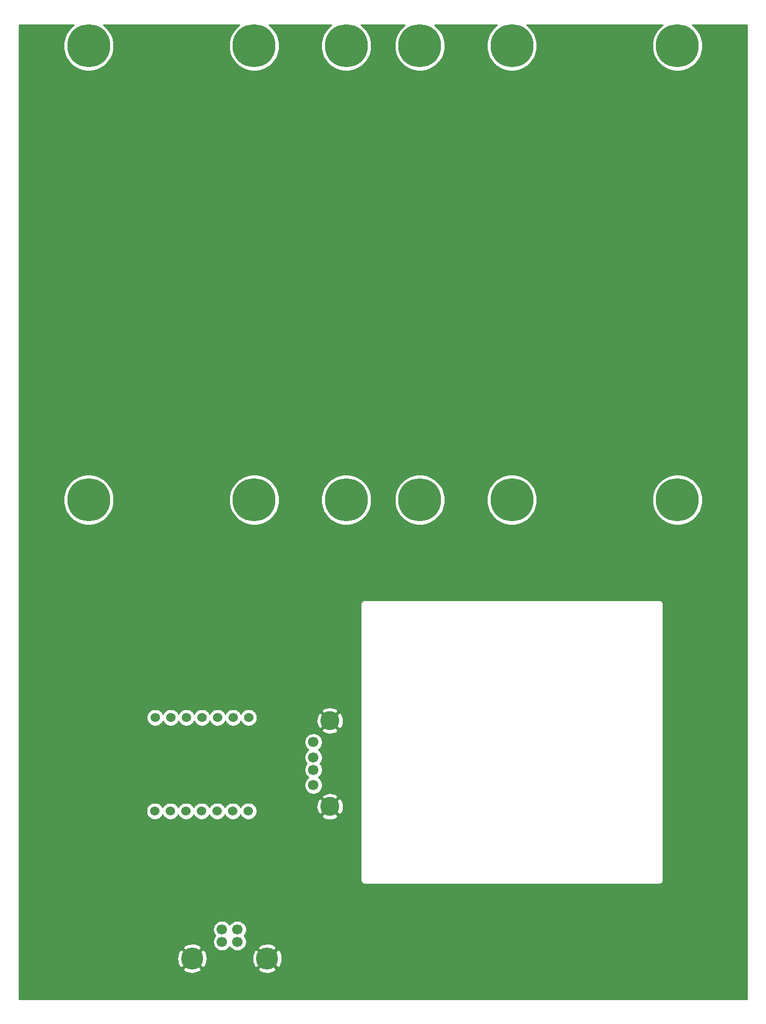
<source format=gbl>
%TF.GenerationSoftware,KiCad,Pcbnew,(5.1.9)-1*%
%TF.CreationDate,2022-01-10T15:29:55-07:00*%
%TF.ProjectId,PCB_01,5043425f-3031-42e6-9b69-6361645f7063,rev?*%
%TF.SameCoordinates,Original*%
%TF.FileFunction,Copper,L2,Bot*%
%TF.FilePolarity,Positive*%
%FSLAX46Y46*%
G04 Gerber Fmt 4.6, Leading zero omitted, Abs format (unit mm)*
G04 Created by KiCad (PCBNEW (5.1.9)-1) date 2022-01-10 15:29:55*
%MOMM*%
%LPD*%
G01*
G04 APERTURE LIST*
%TA.AperFunction,ComponentPad*%
%ADD10C,3.600000*%
%TD*%
%TA.AperFunction,ComponentPad*%
%ADD11C,1.700000*%
%TD*%
%TA.AperFunction,ComponentPad*%
%ADD12C,7.000000*%
%TD*%
%TA.AperFunction,ComponentPad*%
%ADD13C,1.524000*%
%TD*%
%TA.AperFunction,ComponentPad*%
%ADD14C,3.100000*%
%TD*%
%TA.AperFunction,Conductor*%
%ADD15C,0.254000*%
%TD*%
%TA.AperFunction,Conductor*%
%ADD16C,0.100000*%
%TD*%
G04 APERTURE END LIST*
D10*
%TO.P,CN1,5*%
%TO.N,GND*%
X41116000Y-152755000D03*
X28884000Y-152755000D03*
D11*
%TO.P,CN1,2*%
%TO.N,Net-(CN1-Pad2)*%
X33750000Y-148045000D03*
%TO.P,CN1,1*%
%TO.N,Net-(CN1-Pad1)*%
X36250000Y-148045000D03*
%TO.P,CN1,4*%
%TO.N,Net-(CN1-Pad4)*%
X36250000Y-150045000D03*
%TO.P,CN1,3*%
%TO.N,Net-(CN1-Pad3)*%
X33750000Y-150045000D03*
%TD*%
D12*
%TO.P,H1,1*%
%TO.N,N/C*%
X12000000Y-4000000D03*
%TD*%
%TO.P,H2,1*%
%TO.N,N/C*%
X39000000Y-4000000D03*
%TD*%
%TO.P,H3,1*%
%TO.N,N/C*%
X54000000Y-4000000D03*
%TD*%
%TO.P,H4,1*%
%TO.N,N/C*%
X66000000Y-4000000D03*
%TD*%
%TO.P,H5,1*%
%TO.N,N/C*%
X81000000Y-4000000D03*
%TD*%
%TO.P,H6,1*%
%TO.N,N/C*%
X108000000Y-4000000D03*
%TD*%
%TO.P,H7,1*%
%TO.N,N/C*%
X12000000Y-78000000D03*
%TD*%
%TO.P,H8,1*%
%TO.N,N/C*%
X39000000Y-78000000D03*
%TD*%
%TO.P,H9,1*%
%TO.N,N/C*%
X54000000Y-78000000D03*
%TD*%
%TO.P,H10,1*%
%TO.N,N/C*%
X66000000Y-78000000D03*
%TD*%
%TO.P,H11,1*%
%TO.N,N/C*%
X81000000Y-78000000D03*
%TD*%
%TO.P,H12,1*%
%TO.N,N/C*%
X108000000Y-78000000D03*
%TD*%
D13*
%TO.P,J1,1*%
%TO.N,Net-(J1-Pad1)*%
X22860000Y-113490000D03*
%TO.P,J1,2*%
%TO.N,Net-(J1-Pad2)*%
X25400000Y-113490000D03*
%TO.P,J1,3*%
%TO.N,Net-(J1-Pad3)*%
X27940000Y-113490000D03*
%TO.P,J1,4*%
%TO.N,Net-(J1-Pad4)*%
X30480000Y-113490000D03*
%TO.P,J1,5*%
%TO.N,Net-(J1-Pad5)*%
X33020000Y-113490000D03*
%TO.P,J1,6*%
%TO.N,Net-(J1-Pad6)*%
X35560000Y-113490000D03*
%TO.P,J1,7*%
%TO.N,Net-(J1-Pad7)*%
X38100000Y-113490000D03*
%TD*%
%TO.P,J2,7*%
%TO.N,Net-(J2-Pad7)*%
X38040000Y-128730000D03*
%TO.P,J2,6*%
%TO.N,Net-(J2-Pad6)*%
X35500000Y-128730000D03*
%TO.P,J2,5*%
%TO.N,Net-(J2-Pad5)*%
X32960000Y-128730000D03*
%TO.P,J2,4*%
%TO.N,Net-(J2-Pad4)*%
X30420000Y-128730000D03*
%TO.P,J2,3*%
%TO.N,Net-(J2-Pad3)*%
X27880000Y-128730000D03*
%TO.P,J2,2*%
%TO.N,Net-(J2-Pad2)*%
X25340000Y-128730000D03*
%TO.P,J2,1*%
%TO.N,Net-(J2-Pad1)*%
X22800000Y-128730000D03*
%TD*%
D11*
%TO.P,USB1,4*%
%TO.N,Net-(CN1-Pad4)*%
X48645000Y-117500000D03*
%TO.P,USB1,3*%
%TO.N,Net-(CN1-Pad3)*%
X48645000Y-120000000D03*
%TO.P,USB1,2*%
%TO.N,Net-(CN1-Pad2)*%
X48645000Y-122000000D03*
%TO.P,USB1,1*%
%TO.N,Net-(CN1-Pad1)*%
X48645000Y-124500000D03*
D14*
%TO.P,USB1,SH2*%
%TO.N,GND*%
X51355000Y-128000000D03*
%TO.P,USB1,SH1*%
X51355000Y-114000000D03*
%TD*%
D15*
%TO.N,GND*%
X9364091Y-788136D02*
X8788136Y-1364091D01*
X8335611Y-2041343D01*
X8023906Y-2793865D01*
X7865000Y-3592738D01*
X7865000Y-4407262D01*
X8023906Y-5206135D01*
X8335611Y-5958657D01*
X8788136Y-6635909D01*
X9364091Y-7211864D01*
X10041343Y-7664389D01*
X10793865Y-7976094D01*
X11592738Y-8135000D01*
X12407262Y-8135000D01*
X13206135Y-7976094D01*
X13958657Y-7664389D01*
X14635909Y-7211864D01*
X15211864Y-6635909D01*
X15664389Y-5958657D01*
X15976094Y-5206135D01*
X16135000Y-4407262D01*
X16135000Y-3592738D01*
X15976094Y-2793865D01*
X15664389Y-2041343D01*
X15211864Y-1364091D01*
X14635909Y-788136D01*
X14444140Y-660000D01*
X36555860Y-660000D01*
X36364091Y-788136D01*
X35788136Y-1364091D01*
X35335611Y-2041343D01*
X35023906Y-2793865D01*
X34865000Y-3592738D01*
X34865000Y-4407262D01*
X35023906Y-5206135D01*
X35335611Y-5958657D01*
X35788136Y-6635909D01*
X36364091Y-7211864D01*
X37041343Y-7664389D01*
X37793865Y-7976094D01*
X38592738Y-8135000D01*
X39407262Y-8135000D01*
X40206135Y-7976094D01*
X40958657Y-7664389D01*
X41635909Y-7211864D01*
X42211864Y-6635909D01*
X42664389Y-5958657D01*
X42976094Y-5206135D01*
X43135000Y-4407262D01*
X43135000Y-3592738D01*
X42976094Y-2793865D01*
X42664389Y-2041343D01*
X42211864Y-1364091D01*
X41635909Y-788136D01*
X41444140Y-660000D01*
X51555860Y-660000D01*
X51364091Y-788136D01*
X50788136Y-1364091D01*
X50335611Y-2041343D01*
X50023906Y-2793865D01*
X49865000Y-3592738D01*
X49865000Y-4407262D01*
X50023906Y-5206135D01*
X50335611Y-5958657D01*
X50788136Y-6635909D01*
X51364091Y-7211864D01*
X52041343Y-7664389D01*
X52793865Y-7976094D01*
X53592738Y-8135000D01*
X54407262Y-8135000D01*
X55206135Y-7976094D01*
X55958657Y-7664389D01*
X56635909Y-7211864D01*
X57211864Y-6635909D01*
X57664389Y-5958657D01*
X57976094Y-5206135D01*
X58135000Y-4407262D01*
X58135000Y-3592738D01*
X57976094Y-2793865D01*
X57664389Y-2041343D01*
X57211864Y-1364091D01*
X56635909Y-788136D01*
X56444140Y-660000D01*
X63555860Y-660000D01*
X63364091Y-788136D01*
X62788136Y-1364091D01*
X62335611Y-2041343D01*
X62023906Y-2793865D01*
X61865000Y-3592738D01*
X61865000Y-4407262D01*
X62023906Y-5206135D01*
X62335611Y-5958657D01*
X62788136Y-6635909D01*
X63364091Y-7211864D01*
X64041343Y-7664389D01*
X64793865Y-7976094D01*
X65592738Y-8135000D01*
X66407262Y-8135000D01*
X67206135Y-7976094D01*
X67958657Y-7664389D01*
X68635909Y-7211864D01*
X69211864Y-6635909D01*
X69664389Y-5958657D01*
X69976094Y-5206135D01*
X70135000Y-4407262D01*
X70135000Y-3592738D01*
X69976094Y-2793865D01*
X69664389Y-2041343D01*
X69211864Y-1364091D01*
X68635909Y-788136D01*
X68444140Y-660000D01*
X78555860Y-660000D01*
X78364091Y-788136D01*
X77788136Y-1364091D01*
X77335611Y-2041343D01*
X77023906Y-2793865D01*
X76865000Y-3592738D01*
X76865000Y-4407262D01*
X77023906Y-5206135D01*
X77335611Y-5958657D01*
X77788136Y-6635909D01*
X78364091Y-7211864D01*
X79041343Y-7664389D01*
X79793865Y-7976094D01*
X80592738Y-8135000D01*
X81407262Y-8135000D01*
X82206135Y-7976094D01*
X82958657Y-7664389D01*
X83635909Y-7211864D01*
X84211864Y-6635909D01*
X84664389Y-5958657D01*
X84976094Y-5206135D01*
X85135000Y-4407262D01*
X85135000Y-3592738D01*
X84976094Y-2793865D01*
X84664389Y-2041343D01*
X84211864Y-1364091D01*
X83635909Y-788136D01*
X83444140Y-660000D01*
X105555860Y-660000D01*
X105364091Y-788136D01*
X104788136Y-1364091D01*
X104335611Y-2041343D01*
X104023906Y-2793865D01*
X103865000Y-3592738D01*
X103865000Y-4407262D01*
X104023906Y-5206135D01*
X104335611Y-5958657D01*
X104788136Y-6635909D01*
X105364091Y-7211864D01*
X106041343Y-7664389D01*
X106793865Y-7976094D01*
X107592738Y-8135000D01*
X108407262Y-8135000D01*
X109206135Y-7976094D01*
X109958657Y-7664389D01*
X110635909Y-7211864D01*
X111211864Y-6635909D01*
X111664389Y-5958657D01*
X111976094Y-5206135D01*
X112135000Y-4407262D01*
X112135000Y-3592738D01*
X111976094Y-2793865D01*
X111664389Y-2041343D01*
X111211864Y-1364091D01*
X110635909Y-788136D01*
X110444140Y-660000D01*
X119340000Y-660000D01*
X119340001Y-159340000D01*
X660000Y-159340000D01*
X660000Y-154460192D01*
X27358414Y-154460192D01*
X27550502Y-154806469D01*
X27976346Y-155027203D01*
X28437071Y-155160618D01*
X28914971Y-155201585D01*
X29391681Y-155148532D01*
X29848881Y-155003498D01*
X30217498Y-154806469D01*
X30409586Y-154460192D01*
X39590414Y-154460192D01*
X39782502Y-154806469D01*
X40208346Y-155027203D01*
X40669071Y-155160618D01*
X41146971Y-155201585D01*
X41623681Y-155148532D01*
X42080881Y-155003498D01*
X42449498Y-154806469D01*
X42641586Y-154460192D01*
X41116000Y-152934605D01*
X39590414Y-154460192D01*
X30409586Y-154460192D01*
X28884000Y-152934605D01*
X27358414Y-154460192D01*
X660000Y-154460192D01*
X660000Y-152785971D01*
X26437415Y-152785971D01*
X26490468Y-153262681D01*
X26635502Y-153719881D01*
X26832531Y-154088498D01*
X27178808Y-154280586D01*
X28704395Y-152755000D01*
X29063605Y-152755000D01*
X30589192Y-154280586D01*
X30935469Y-154088498D01*
X31156203Y-153662654D01*
X31289618Y-153201929D01*
X31325275Y-152785971D01*
X38669415Y-152785971D01*
X38722468Y-153262681D01*
X38867502Y-153719881D01*
X39064531Y-154088498D01*
X39410808Y-154280586D01*
X40936395Y-152755000D01*
X41295605Y-152755000D01*
X42821192Y-154280586D01*
X43167469Y-154088498D01*
X43388203Y-153662654D01*
X43521618Y-153201929D01*
X43562585Y-152724029D01*
X43509532Y-152247319D01*
X43364498Y-151790119D01*
X43167469Y-151421502D01*
X42821192Y-151229414D01*
X41295605Y-152755000D01*
X40936395Y-152755000D01*
X39410808Y-151229414D01*
X39064531Y-151421502D01*
X38843797Y-151847346D01*
X38710382Y-152308071D01*
X38669415Y-152785971D01*
X31325275Y-152785971D01*
X31330585Y-152724029D01*
X31277532Y-152247319D01*
X31132498Y-151790119D01*
X30935469Y-151421502D01*
X30589192Y-151229414D01*
X29063605Y-152755000D01*
X28704395Y-152755000D01*
X27178808Y-151229414D01*
X26832531Y-151421502D01*
X26611797Y-151847346D01*
X26478382Y-152308071D01*
X26437415Y-152785971D01*
X660000Y-152785971D01*
X660000Y-151049808D01*
X27358414Y-151049808D01*
X28884000Y-152575395D01*
X30409586Y-151049808D01*
X30217498Y-150703531D01*
X29791654Y-150482797D01*
X29330929Y-150349382D01*
X28853029Y-150308415D01*
X28376319Y-150361468D01*
X27919119Y-150506502D01*
X27550502Y-150703531D01*
X27358414Y-151049808D01*
X660000Y-151049808D01*
X660000Y-147898740D01*
X32265000Y-147898740D01*
X32265000Y-148191260D01*
X32322068Y-148478158D01*
X32434010Y-148748411D01*
X32596525Y-148991632D01*
X32649893Y-149045000D01*
X32596525Y-149098368D01*
X32434010Y-149341589D01*
X32322068Y-149611842D01*
X32265000Y-149898740D01*
X32265000Y-150191260D01*
X32322068Y-150478158D01*
X32434010Y-150748411D01*
X32596525Y-150991632D01*
X32803368Y-151198475D01*
X33046589Y-151360990D01*
X33316842Y-151472932D01*
X33603740Y-151530000D01*
X33896260Y-151530000D01*
X34183158Y-151472932D01*
X34453411Y-151360990D01*
X34696632Y-151198475D01*
X34903475Y-150991632D01*
X35000000Y-150847172D01*
X35096525Y-150991632D01*
X35303368Y-151198475D01*
X35546589Y-151360990D01*
X35816842Y-151472932D01*
X36103740Y-151530000D01*
X36396260Y-151530000D01*
X36683158Y-151472932D01*
X36953411Y-151360990D01*
X37196632Y-151198475D01*
X37345299Y-151049808D01*
X39590414Y-151049808D01*
X41116000Y-152575395D01*
X42641586Y-151049808D01*
X42449498Y-150703531D01*
X42023654Y-150482797D01*
X41562929Y-150349382D01*
X41085029Y-150308415D01*
X40608319Y-150361468D01*
X40151119Y-150506502D01*
X39782502Y-150703531D01*
X39590414Y-151049808D01*
X37345299Y-151049808D01*
X37403475Y-150991632D01*
X37565990Y-150748411D01*
X37677932Y-150478158D01*
X37735000Y-150191260D01*
X37735000Y-149898740D01*
X37677932Y-149611842D01*
X37565990Y-149341589D01*
X37403475Y-149098368D01*
X37350107Y-149045000D01*
X37403475Y-148991632D01*
X37565990Y-148748411D01*
X37677932Y-148478158D01*
X37735000Y-148191260D01*
X37735000Y-147898740D01*
X37677932Y-147611842D01*
X37565990Y-147341589D01*
X37403475Y-147098368D01*
X37196632Y-146891525D01*
X36953411Y-146729010D01*
X36683158Y-146617068D01*
X36396260Y-146560000D01*
X36103740Y-146560000D01*
X35816842Y-146617068D01*
X35546589Y-146729010D01*
X35303368Y-146891525D01*
X35096525Y-147098368D01*
X35000000Y-147242828D01*
X34903475Y-147098368D01*
X34696632Y-146891525D01*
X34453411Y-146729010D01*
X34183158Y-146617068D01*
X33896260Y-146560000D01*
X33603740Y-146560000D01*
X33316842Y-146617068D01*
X33046589Y-146729010D01*
X32803368Y-146891525D01*
X32596525Y-147098368D01*
X32434010Y-147341589D01*
X32322068Y-147611842D01*
X32265000Y-147898740D01*
X660000Y-147898740D01*
X660000Y-128592408D01*
X21403000Y-128592408D01*
X21403000Y-128867592D01*
X21456686Y-129137490D01*
X21561995Y-129391727D01*
X21714880Y-129620535D01*
X21909465Y-129815120D01*
X22138273Y-129968005D01*
X22392510Y-130073314D01*
X22662408Y-130127000D01*
X22937592Y-130127000D01*
X23207490Y-130073314D01*
X23461727Y-129968005D01*
X23690535Y-129815120D01*
X23885120Y-129620535D01*
X24038005Y-129391727D01*
X24070000Y-129314485D01*
X24101995Y-129391727D01*
X24254880Y-129620535D01*
X24449465Y-129815120D01*
X24678273Y-129968005D01*
X24932510Y-130073314D01*
X25202408Y-130127000D01*
X25477592Y-130127000D01*
X25747490Y-130073314D01*
X26001727Y-129968005D01*
X26230535Y-129815120D01*
X26425120Y-129620535D01*
X26578005Y-129391727D01*
X26610000Y-129314485D01*
X26641995Y-129391727D01*
X26794880Y-129620535D01*
X26989465Y-129815120D01*
X27218273Y-129968005D01*
X27472510Y-130073314D01*
X27742408Y-130127000D01*
X28017592Y-130127000D01*
X28287490Y-130073314D01*
X28541727Y-129968005D01*
X28770535Y-129815120D01*
X28965120Y-129620535D01*
X29118005Y-129391727D01*
X29150000Y-129314485D01*
X29181995Y-129391727D01*
X29334880Y-129620535D01*
X29529465Y-129815120D01*
X29758273Y-129968005D01*
X30012510Y-130073314D01*
X30282408Y-130127000D01*
X30557592Y-130127000D01*
X30827490Y-130073314D01*
X31081727Y-129968005D01*
X31310535Y-129815120D01*
X31505120Y-129620535D01*
X31658005Y-129391727D01*
X31690000Y-129314485D01*
X31721995Y-129391727D01*
X31874880Y-129620535D01*
X32069465Y-129815120D01*
X32298273Y-129968005D01*
X32552510Y-130073314D01*
X32822408Y-130127000D01*
X33097592Y-130127000D01*
X33367490Y-130073314D01*
X33621727Y-129968005D01*
X33850535Y-129815120D01*
X34045120Y-129620535D01*
X34198005Y-129391727D01*
X34230000Y-129314485D01*
X34261995Y-129391727D01*
X34414880Y-129620535D01*
X34609465Y-129815120D01*
X34838273Y-129968005D01*
X35092510Y-130073314D01*
X35362408Y-130127000D01*
X35637592Y-130127000D01*
X35907490Y-130073314D01*
X36161727Y-129968005D01*
X36390535Y-129815120D01*
X36585120Y-129620535D01*
X36738005Y-129391727D01*
X36770000Y-129314485D01*
X36801995Y-129391727D01*
X36954880Y-129620535D01*
X37149465Y-129815120D01*
X37378273Y-129968005D01*
X37632510Y-130073314D01*
X37902408Y-130127000D01*
X38177592Y-130127000D01*
X38447490Y-130073314D01*
X38701727Y-129968005D01*
X38930535Y-129815120D01*
X39125120Y-129620535D01*
X39187450Y-129527251D01*
X50007354Y-129527251D01*
X50169381Y-129847930D01*
X50552675Y-130043725D01*
X50966803Y-130160981D01*
X51395848Y-130195192D01*
X51823324Y-130145042D01*
X52232802Y-130012461D01*
X52540619Y-129847930D01*
X52702646Y-129527251D01*
X51355000Y-128179605D01*
X50007354Y-129527251D01*
X39187450Y-129527251D01*
X39278005Y-129391727D01*
X39383314Y-129137490D01*
X39437000Y-128867592D01*
X39437000Y-128592408D01*
X39383314Y-128322510D01*
X39278005Y-128068273D01*
X39259681Y-128040848D01*
X49159808Y-128040848D01*
X49209958Y-128468324D01*
X49342539Y-128877802D01*
X49507070Y-129185619D01*
X49827749Y-129347646D01*
X51175395Y-128000000D01*
X51534605Y-128000000D01*
X52882251Y-129347646D01*
X53202930Y-129185619D01*
X53398725Y-128802325D01*
X53515981Y-128388197D01*
X53550192Y-127959152D01*
X53500042Y-127531676D01*
X53367461Y-127122198D01*
X53202930Y-126814381D01*
X52882251Y-126652354D01*
X51534605Y-128000000D01*
X51175395Y-128000000D01*
X49827749Y-126652354D01*
X49507070Y-126814381D01*
X49311275Y-127197675D01*
X49194019Y-127611803D01*
X49159808Y-128040848D01*
X39259681Y-128040848D01*
X39125120Y-127839465D01*
X38930535Y-127644880D01*
X38701727Y-127491995D01*
X38447490Y-127386686D01*
X38177592Y-127333000D01*
X37902408Y-127333000D01*
X37632510Y-127386686D01*
X37378273Y-127491995D01*
X37149465Y-127644880D01*
X36954880Y-127839465D01*
X36801995Y-128068273D01*
X36770000Y-128145515D01*
X36738005Y-128068273D01*
X36585120Y-127839465D01*
X36390535Y-127644880D01*
X36161727Y-127491995D01*
X35907490Y-127386686D01*
X35637592Y-127333000D01*
X35362408Y-127333000D01*
X35092510Y-127386686D01*
X34838273Y-127491995D01*
X34609465Y-127644880D01*
X34414880Y-127839465D01*
X34261995Y-128068273D01*
X34230000Y-128145515D01*
X34198005Y-128068273D01*
X34045120Y-127839465D01*
X33850535Y-127644880D01*
X33621727Y-127491995D01*
X33367490Y-127386686D01*
X33097592Y-127333000D01*
X32822408Y-127333000D01*
X32552510Y-127386686D01*
X32298273Y-127491995D01*
X32069465Y-127644880D01*
X31874880Y-127839465D01*
X31721995Y-128068273D01*
X31690000Y-128145515D01*
X31658005Y-128068273D01*
X31505120Y-127839465D01*
X31310535Y-127644880D01*
X31081727Y-127491995D01*
X30827490Y-127386686D01*
X30557592Y-127333000D01*
X30282408Y-127333000D01*
X30012510Y-127386686D01*
X29758273Y-127491995D01*
X29529465Y-127644880D01*
X29334880Y-127839465D01*
X29181995Y-128068273D01*
X29150000Y-128145515D01*
X29118005Y-128068273D01*
X28965120Y-127839465D01*
X28770535Y-127644880D01*
X28541727Y-127491995D01*
X28287490Y-127386686D01*
X28017592Y-127333000D01*
X27742408Y-127333000D01*
X27472510Y-127386686D01*
X27218273Y-127491995D01*
X26989465Y-127644880D01*
X26794880Y-127839465D01*
X26641995Y-128068273D01*
X26610000Y-128145515D01*
X26578005Y-128068273D01*
X26425120Y-127839465D01*
X26230535Y-127644880D01*
X26001727Y-127491995D01*
X25747490Y-127386686D01*
X25477592Y-127333000D01*
X25202408Y-127333000D01*
X24932510Y-127386686D01*
X24678273Y-127491995D01*
X24449465Y-127644880D01*
X24254880Y-127839465D01*
X24101995Y-128068273D01*
X24070000Y-128145515D01*
X24038005Y-128068273D01*
X23885120Y-127839465D01*
X23690535Y-127644880D01*
X23461727Y-127491995D01*
X23207490Y-127386686D01*
X22937592Y-127333000D01*
X22662408Y-127333000D01*
X22392510Y-127386686D01*
X22138273Y-127491995D01*
X21909465Y-127644880D01*
X21714880Y-127839465D01*
X21561995Y-128068273D01*
X21456686Y-128322510D01*
X21403000Y-128592408D01*
X660000Y-128592408D01*
X660000Y-126472749D01*
X50007354Y-126472749D01*
X51355000Y-127820395D01*
X52702646Y-126472749D01*
X52540619Y-126152070D01*
X52157325Y-125956275D01*
X51743197Y-125839019D01*
X51314152Y-125804808D01*
X50886676Y-125854958D01*
X50477198Y-125987539D01*
X50169381Y-126152070D01*
X50007354Y-126472749D01*
X660000Y-126472749D01*
X660000Y-117353740D01*
X47160000Y-117353740D01*
X47160000Y-117646260D01*
X47217068Y-117933158D01*
X47329010Y-118203411D01*
X47491525Y-118446632D01*
X47698368Y-118653475D01*
X47842828Y-118750000D01*
X47698368Y-118846525D01*
X47491525Y-119053368D01*
X47329010Y-119296589D01*
X47217068Y-119566842D01*
X47160000Y-119853740D01*
X47160000Y-120146260D01*
X47217068Y-120433158D01*
X47329010Y-120703411D01*
X47491525Y-120946632D01*
X47544893Y-121000000D01*
X47491525Y-121053368D01*
X47329010Y-121296589D01*
X47217068Y-121566842D01*
X47160000Y-121853740D01*
X47160000Y-122146260D01*
X47217068Y-122433158D01*
X47329010Y-122703411D01*
X47491525Y-122946632D01*
X47698368Y-123153475D01*
X47842828Y-123250000D01*
X47698368Y-123346525D01*
X47491525Y-123553368D01*
X47329010Y-123796589D01*
X47217068Y-124066842D01*
X47160000Y-124353740D01*
X47160000Y-124646260D01*
X47217068Y-124933158D01*
X47329010Y-125203411D01*
X47491525Y-125446632D01*
X47698368Y-125653475D01*
X47941589Y-125815990D01*
X48211842Y-125927932D01*
X48498740Y-125985000D01*
X48791260Y-125985000D01*
X49078158Y-125927932D01*
X49348411Y-125815990D01*
X49591632Y-125653475D01*
X49798475Y-125446632D01*
X49960990Y-125203411D01*
X50072932Y-124933158D01*
X50130000Y-124646260D01*
X50130000Y-124353740D01*
X50072932Y-124066842D01*
X49960990Y-123796589D01*
X49798475Y-123553368D01*
X49591632Y-123346525D01*
X49447172Y-123250000D01*
X49591632Y-123153475D01*
X49798475Y-122946632D01*
X49960990Y-122703411D01*
X50072932Y-122433158D01*
X50130000Y-122146260D01*
X50130000Y-121853740D01*
X50072932Y-121566842D01*
X49960990Y-121296589D01*
X49798475Y-121053368D01*
X49745107Y-121000000D01*
X49798475Y-120946632D01*
X49960990Y-120703411D01*
X50072932Y-120433158D01*
X50130000Y-120146260D01*
X50130000Y-119853740D01*
X50072932Y-119566842D01*
X49960990Y-119296589D01*
X49798475Y-119053368D01*
X49591632Y-118846525D01*
X49447172Y-118750000D01*
X49591632Y-118653475D01*
X49798475Y-118446632D01*
X49960990Y-118203411D01*
X50072932Y-117933158D01*
X50130000Y-117646260D01*
X50130000Y-117353740D01*
X50072932Y-117066842D01*
X49960990Y-116796589D01*
X49798475Y-116553368D01*
X49591632Y-116346525D01*
X49348411Y-116184010D01*
X49078158Y-116072068D01*
X48791260Y-116015000D01*
X48498740Y-116015000D01*
X48211842Y-116072068D01*
X47941589Y-116184010D01*
X47698368Y-116346525D01*
X47491525Y-116553368D01*
X47329010Y-116796589D01*
X47217068Y-117066842D01*
X47160000Y-117353740D01*
X660000Y-117353740D01*
X660000Y-115527251D01*
X50007354Y-115527251D01*
X50169381Y-115847930D01*
X50552675Y-116043725D01*
X50966803Y-116160981D01*
X51395848Y-116195192D01*
X51823324Y-116145042D01*
X52232802Y-116012461D01*
X52540619Y-115847930D01*
X52702646Y-115527251D01*
X51355000Y-114179605D01*
X50007354Y-115527251D01*
X660000Y-115527251D01*
X660000Y-113352408D01*
X21463000Y-113352408D01*
X21463000Y-113627592D01*
X21516686Y-113897490D01*
X21621995Y-114151727D01*
X21774880Y-114380535D01*
X21969465Y-114575120D01*
X22198273Y-114728005D01*
X22452510Y-114833314D01*
X22722408Y-114887000D01*
X22997592Y-114887000D01*
X23267490Y-114833314D01*
X23521727Y-114728005D01*
X23750535Y-114575120D01*
X23945120Y-114380535D01*
X24098005Y-114151727D01*
X24130000Y-114074485D01*
X24161995Y-114151727D01*
X24314880Y-114380535D01*
X24509465Y-114575120D01*
X24738273Y-114728005D01*
X24992510Y-114833314D01*
X25262408Y-114887000D01*
X25537592Y-114887000D01*
X25807490Y-114833314D01*
X26061727Y-114728005D01*
X26290535Y-114575120D01*
X26485120Y-114380535D01*
X26638005Y-114151727D01*
X26670000Y-114074485D01*
X26701995Y-114151727D01*
X26854880Y-114380535D01*
X27049465Y-114575120D01*
X27278273Y-114728005D01*
X27532510Y-114833314D01*
X27802408Y-114887000D01*
X28077592Y-114887000D01*
X28347490Y-114833314D01*
X28601727Y-114728005D01*
X28830535Y-114575120D01*
X29025120Y-114380535D01*
X29178005Y-114151727D01*
X29210000Y-114074485D01*
X29241995Y-114151727D01*
X29394880Y-114380535D01*
X29589465Y-114575120D01*
X29818273Y-114728005D01*
X30072510Y-114833314D01*
X30342408Y-114887000D01*
X30617592Y-114887000D01*
X30887490Y-114833314D01*
X31141727Y-114728005D01*
X31370535Y-114575120D01*
X31565120Y-114380535D01*
X31718005Y-114151727D01*
X31750000Y-114074485D01*
X31781995Y-114151727D01*
X31934880Y-114380535D01*
X32129465Y-114575120D01*
X32358273Y-114728005D01*
X32612510Y-114833314D01*
X32882408Y-114887000D01*
X33157592Y-114887000D01*
X33427490Y-114833314D01*
X33681727Y-114728005D01*
X33910535Y-114575120D01*
X34105120Y-114380535D01*
X34258005Y-114151727D01*
X34290000Y-114074485D01*
X34321995Y-114151727D01*
X34474880Y-114380535D01*
X34669465Y-114575120D01*
X34898273Y-114728005D01*
X35152510Y-114833314D01*
X35422408Y-114887000D01*
X35697592Y-114887000D01*
X35967490Y-114833314D01*
X36221727Y-114728005D01*
X36450535Y-114575120D01*
X36645120Y-114380535D01*
X36798005Y-114151727D01*
X36830000Y-114074485D01*
X36861995Y-114151727D01*
X37014880Y-114380535D01*
X37209465Y-114575120D01*
X37438273Y-114728005D01*
X37692510Y-114833314D01*
X37962408Y-114887000D01*
X38237592Y-114887000D01*
X38507490Y-114833314D01*
X38761727Y-114728005D01*
X38990535Y-114575120D01*
X39185120Y-114380535D01*
X39338005Y-114151727D01*
X39383932Y-114040848D01*
X49159808Y-114040848D01*
X49209958Y-114468324D01*
X49342539Y-114877802D01*
X49507070Y-115185619D01*
X49827749Y-115347646D01*
X51175395Y-114000000D01*
X51534605Y-114000000D01*
X52882251Y-115347646D01*
X53202930Y-115185619D01*
X53398725Y-114802325D01*
X53515981Y-114388197D01*
X53550192Y-113959152D01*
X53500042Y-113531676D01*
X53367461Y-113122198D01*
X53202930Y-112814381D01*
X52882251Y-112652354D01*
X51534605Y-114000000D01*
X51175395Y-114000000D01*
X49827749Y-112652354D01*
X49507070Y-112814381D01*
X49311275Y-113197675D01*
X49194019Y-113611803D01*
X49159808Y-114040848D01*
X39383932Y-114040848D01*
X39443314Y-113897490D01*
X39497000Y-113627592D01*
X39497000Y-113352408D01*
X39443314Y-113082510D01*
X39338005Y-112828273D01*
X39185120Y-112599465D01*
X39058404Y-112472749D01*
X50007354Y-112472749D01*
X51355000Y-113820395D01*
X52702646Y-112472749D01*
X52540619Y-112152070D01*
X52157325Y-111956275D01*
X51743197Y-111839019D01*
X51314152Y-111804808D01*
X50886676Y-111854958D01*
X50477198Y-111987539D01*
X50169381Y-112152070D01*
X50007354Y-112472749D01*
X39058404Y-112472749D01*
X38990535Y-112404880D01*
X38761727Y-112251995D01*
X38507490Y-112146686D01*
X38237592Y-112093000D01*
X37962408Y-112093000D01*
X37692510Y-112146686D01*
X37438273Y-112251995D01*
X37209465Y-112404880D01*
X37014880Y-112599465D01*
X36861995Y-112828273D01*
X36830000Y-112905515D01*
X36798005Y-112828273D01*
X36645120Y-112599465D01*
X36450535Y-112404880D01*
X36221727Y-112251995D01*
X35967490Y-112146686D01*
X35697592Y-112093000D01*
X35422408Y-112093000D01*
X35152510Y-112146686D01*
X34898273Y-112251995D01*
X34669465Y-112404880D01*
X34474880Y-112599465D01*
X34321995Y-112828273D01*
X34290000Y-112905515D01*
X34258005Y-112828273D01*
X34105120Y-112599465D01*
X33910535Y-112404880D01*
X33681727Y-112251995D01*
X33427490Y-112146686D01*
X33157592Y-112093000D01*
X32882408Y-112093000D01*
X32612510Y-112146686D01*
X32358273Y-112251995D01*
X32129465Y-112404880D01*
X31934880Y-112599465D01*
X31781995Y-112828273D01*
X31750000Y-112905515D01*
X31718005Y-112828273D01*
X31565120Y-112599465D01*
X31370535Y-112404880D01*
X31141727Y-112251995D01*
X30887490Y-112146686D01*
X30617592Y-112093000D01*
X30342408Y-112093000D01*
X30072510Y-112146686D01*
X29818273Y-112251995D01*
X29589465Y-112404880D01*
X29394880Y-112599465D01*
X29241995Y-112828273D01*
X29210000Y-112905515D01*
X29178005Y-112828273D01*
X29025120Y-112599465D01*
X28830535Y-112404880D01*
X28601727Y-112251995D01*
X28347490Y-112146686D01*
X28077592Y-112093000D01*
X27802408Y-112093000D01*
X27532510Y-112146686D01*
X27278273Y-112251995D01*
X27049465Y-112404880D01*
X26854880Y-112599465D01*
X26701995Y-112828273D01*
X26670000Y-112905515D01*
X26638005Y-112828273D01*
X26485120Y-112599465D01*
X26290535Y-112404880D01*
X26061727Y-112251995D01*
X25807490Y-112146686D01*
X25537592Y-112093000D01*
X25262408Y-112093000D01*
X24992510Y-112146686D01*
X24738273Y-112251995D01*
X24509465Y-112404880D01*
X24314880Y-112599465D01*
X24161995Y-112828273D01*
X24130000Y-112905515D01*
X24098005Y-112828273D01*
X23945120Y-112599465D01*
X23750535Y-112404880D01*
X23521727Y-112251995D01*
X23267490Y-112146686D01*
X22997592Y-112093000D01*
X22722408Y-112093000D01*
X22452510Y-112146686D01*
X22198273Y-112251995D01*
X21969465Y-112404880D01*
X21774880Y-112599465D01*
X21621995Y-112828273D01*
X21516686Y-113082510D01*
X21463000Y-113352408D01*
X660000Y-113352408D01*
X660000Y-95000000D01*
X56336807Y-95000000D01*
X56340000Y-95032419D01*
X56340001Y-139967571D01*
X56336807Y-140000000D01*
X56349550Y-140129383D01*
X56387290Y-140253793D01*
X56448575Y-140368450D01*
X56531052Y-140468948D01*
X56631550Y-140551425D01*
X56746207Y-140612710D01*
X56870617Y-140650450D01*
X56967581Y-140660000D01*
X57000000Y-140663193D01*
X57032419Y-140660000D01*
X104967581Y-140660000D01*
X105000000Y-140663193D01*
X105032419Y-140660000D01*
X105129383Y-140650450D01*
X105253793Y-140612710D01*
X105368450Y-140551425D01*
X105468948Y-140468948D01*
X105551425Y-140368450D01*
X105612710Y-140253793D01*
X105650450Y-140129383D01*
X105663193Y-140000000D01*
X105660000Y-139967581D01*
X105660000Y-95032419D01*
X105663193Y-95000000D01*
X105650450Y-94870617D01*
X105612710Y-94746207D01*
X105551425Y-94631550D01*
X105468948Y-94531052D01*
X105368450Y-94448575D01*
X105253793Y-94387290D01*
X105129383Y-94349550D01*
X105032419Y-94340000D01*
X105000000Y-94336807D01*
X104967581Y-94340000D01*
X57032419Y-94340000D01*
X57000000Y-94336807D01*
X56967581Y-94340000D01*
X56870617Y-94349550D01*
X56746207Y-94387290D01*
X56631550Y-94448575D01*
X56531052Y-94531052D01*
X56448575Y-94631550D01*
X56387290Y-94746207D01*
X56349550Y-94870617D01*
X56336807Y-95000000D01*
X660000Y-95000000D01*
X660000Y-77592738D01*
X7865000Y-77592738D01*
X7865000Y-78407262D01*
X8023906Y-79206135D01*
X8335611Y-79958657D01*
X8788136Y-80635909D01*
X9364091Y-81211864D01*
X10041343Y-81664389D01*
X10793865Y-81976094D01*
X11592738Y-82135000D01*
X12407262Y-82135000D01*
X13206135Y-81976094D01*
X13958657Y-81664389D01*
X14635909Y-81211864D01*
X15211864Y-80635909D01*
X15664389Y-79958657D01*
X15976094Y-79206135D01*
X16135000Y-78407262D01*
X16135000Y-77592738D01*
X34865000Y-77592738D01*
X34865000Y-78407262D01*
X35023906Y-79206135D01*
X35335611Y-79958657D01*
X35788136Y-80635909D01*
X36364091Y-81211864D01*
X37041343Y-81664389D01*
X37793865Y-81976094D01*
X38592738Y-82135000D01*
X39407262Y-82135000D01*
X40206135Y-81976094D01*
X40958657Y-81664389D01*
X41635909Y-81211864D01*
X42211864Y-80635909D01*
X42664389Y-79958657D01*
X42976094Y-79206135D01*
X43135000Y-78407262D01*
X43135000Y-77592738D01*
X49865000Y-77592738D01*
X49865000Y-78407262D01*
X50023906Y-79206135D01*
X50335611Y-79958657D01*
X50788136Y-80635909D01*
X51364091Y-81211864D01*
X52041343Y-81664389D01*
X52793865Y-81976094D01*
X53592738Y-82135000D01*
X54407262Y-82135000D01*
X55206135Y-81976094D01*
X55958657Y-81664389D01*
X56635909Y-81211864D01*
X57211864Y-80635909D01*
X57664389Y-79958657D01*
X57976094Y-79206135D01*
X58135000Y-78407262D01*
X58135000Y-77592738D01*
X61865000Y-77592738D01*
X61865000Y-78407262D01*
X62023906Y-79206135D01*
X62335611Y-79958657D01*
X62788136Y-80635909D01*
X63364091Y-81211864D01*
X64041343Y-81664389D01*
X64793865Y-81976094D01*
X65592738Y-82135000D01*
X66407262Y-82135000D01*
X67206135Y-81976094D01*
X67958657Y-81664389D01*
X68635909Y-81211864D01*
X69211864Y-80635909D01*
X69664389Y-79958657D01*
X69976094Y-79206135D01*
X70135000Y-78407262D01*
X70135000Y-77592738D01*
X76865000Y-77592738D01*
X76865000Y-78407262D01*
X77023906Y-79206135D01*
X77335611Y-79958657D01*
X77788136Y-80635909D01*
X78364091Y-81211864D01*
X79041343Y-81664389D01*
X79793865Y-81976094D01*
X80592738Y-82135000D01*
X81407262Y-82135000D01*
X82206135Y-81976094D01*
X82958657Y-81664389D01*
X83635909Y-81211864D01*
X84211864Y-80635909D01*
X84664389Y-79958657D01*
X84976094Y-79206135D01*
X85135000Y-78407262D01*
X85135000Y-77592738D01*
X103865000Y-77592738D01*
X103865000Y-78407262D01*
X104023906Y-79206135D01*
X104335611Y-79958657D01*
X104788136Y-80635909D01*
X105364091Y-81211864D01*
X106041343Y-81664389D01*
X106793865Y-81976094D01*
X107592738Y-82135000D01*
X108407262Y-82135000D01*
X109206135Y-81976094D01*
X109958657Y-81664389D01*
X110635909Y-81211864D01*
X111211864Y-80635909D01*
X111664389Y-79958657D01*
X111976094Y-79206135D01*
X112135000Y-78407262D01*
X112135000Y-77592738D01*
X111976094Y-76793865D01*
X111664389Y-76041343D01*
X111211864Y-75364091D01*
X110635909Y-74788136D01*
X109958657Y-74335611D01*
X109206135Y-74023906D01*
X108407262Y-73865000D01*
X107592738Y-73865000D01*
X106793865Y-74023906D01*
X106041343Y-74335611D01*
X105364091Y-74788136D01*
X104788136Y-75364091D01*
X104335611Y-76041343D01*
X104023906Y-76793865D01*
X103865000Y-77592738D01*
X85135000Y-77592738D01*
X84976094Y-76793865D01*
X84664389Y-76041343D01*
X84211864Y-75364091D01*
X83635909Y-74788136D01*
X82958657Y-74335611D01*
X82206135Y-74023906D01*
X81407262Y-73865000D01*
X80592738Y-73865000D01*
X79793865Y-74023906D01*
X79041343Y-74335611D01*
X78364091Y-74788136D01*
X77788136Y-75364091D01*
X77335611Y-76041343D01*
X77023906Y-76793865D01*
X76865000Y-77592738D01*
X70135000Y-77592738D01*
X69976094Y-76793865D01*
X69664389Y-76041343D01*
X69211864Y-75364091D01*
X68635909Y-74788136D01*
X67958657Y-74335611D01*
X67206135Y-74023906D01*
X66407262Y-73865000D01*
X65592738Y-73865000D01*
X64793865Y-74023906D01*
X64041343Y-74335611D01*
X63364091Y-74788136D01*
X62788136Y-75364091D01*
X62335611Y-76041343D01*
X62023906Y-76793865D01*
X61865000Y-77592738D01*
X58135000Y-77592738D01*
X57976094Y-76793865D01*
X57664389Y-76041343D01*
X57211864Y-75364091D01*
X56635909Y-74788136D01*
X55958657Y-74335611D01*
X55206135Y-74023906D01*
X54407262Y-73865000D01*
X53592738Y-73865000D01*
X52793865Y-74023906D01*
X52041343Y-74335611D01*
X51364091Y-74788136D01*
X50788136Y-75364091D01*
X50335611Y-76041343D01*
X50023906Y-76793865D01*
X49865000Y-77592738D01*
X43135000Y-77592738D01*
X42976094Y-76793865D01*
X42664389Y-76041343D01*
X42211864Y-75364091D01*
X41635909Y-74788136D01*
X40958657Y-74335611D01*
X40206135Y-74023906D01*
X39407262Y-73865000D01*
X38592738Y-73865000D01*
X37793865Y-74023906D01*
X37041343Y-74335611D01*
X36364091Y-74788136D01*
X35788136Y-75364091D01*
X35335611Y-76041343D01*
X35023906Y-76793865D01*
X34865000Y-77592738D01*
X16135000Y-77592738D01*
X15976094Y-76793865D01*
X15664389Y-76041343D01*
X15211864Y-75364091D01*
X14635909Y-74788136D01*
X13958657Y-74335611D01*
X13206135Y-74023906D01*
X12407262Y-73865000D01*
X11592738Y-73865000D01*
X10793865Y-74023906D01*
X10041343Y-74335611D01*
X9364091Y-74788136D01*
X8788136Y-75364091D01*
X8335611Y-76041343D01*
X8023906Y-76793865D01*
X7865000Y-77592738D01*
X660000Y-77592738D01*
X660000Y-660000D01*
X9555860Y-660000D01*
X9364091Y-788136D01*
%TA.AperFunction,Conductor*%
D16*
G36*
X9364091Y-788136D02*
G01*
X8788136Y-1364091D01*
X8335611Y-2041343D01*
X8023906Y-2793865D01*
X7865000Y-3592738D01*
X7865000Y-4407262D01*
X8023906Y-5206135D01*
X8335611Y-5958657D01*
X8788136Y-6635909D01*
X9364091Y-7211864D01*
X10041343Y-7664389D01*
X10793865Y-7976094D01*
X11592738Y-8135000D01*
X12407262Y-8135000D01*
X13206135Y-7976094D01*
X13958657Y-7664389D01*
X14635909Y-7211864D01*
X15211864Y-6635909D01*
X15664389Y-5958657D01*
X15976094Y-5206135D01*
X16135000Y-4407262D01*
X16135000Y-3592738D01*
X15976094Y-2793865D01*
X15664389Y-2041343D01*
X15211864Y-1364091D01*
X14635909Y-788136D01*
X14444140Y-660000D01*
X36555860Y-660000D01*
X36364091Y-788136D01*
X35788136Y-1364091D01*
X35335611Y-2041343D01*
X35023906Y-2793865D01*
X34865000Y-3592738D01*
X34865000Y-4407262D01*
X35023906Y-5206135D01*
X35335611Y-5958657D01*
X35788136Y-6635909D01*
X36364091Y-7211864D01*
X37041343Y-7664389D01*
X37793865Y-7976094D01*
X38592738Y-8135000D01*
X39407262Y-8135000D01*
X40206135Y-7976094D01*
X40958657Y-7664389D01*
X41635909Y-7211864D01*
X42211864Y-6635909D01*
X42664389Y-5958657D01*
X42976094Y-5206135D01*
X43135000Y-4407262D01*
X43135000Y-3592738D01*
X42976094Y-2793865D01*
X42664389Y-2041343D01*
X42211864Y-1364091D01*
X41635909Y-788136D01*
X41444140Y-660000D01*
X51555860Y-660000D01*
X51364091Y-788136D01*
X50788136Y-1364091D01*
X50335611Y-2041343D01*
X50023906Y-2793865D01*
X49865000Y-3592738D01*
X49865000Y-4407262D01*
X50023906Y-5206135D01*
X50335611Y-5958657D01*
X50788136Y-6635909D01*
X51364091Y-7211864D01*
X52041343Y-7664389D01*
X52793865Y-7976094D01*
X53592738Y-8135000D01*
X54407262Y-8135000D01*
X55206135Y-7976094D01*
X55958657Y-7664389D01*
X56635909Y-7211864D01*
X57211864Y-6635909D01*
X57664389Y-5958657D01*
X57976094Y-5206135D01*
X58135000Y-4407262D01*
X58135000Y-3592738D01*
X57976094Y-2793865D01*
X57664389Y-2041343D01*
X57211864Y-1364091D01*
X56635909Y-788136D01*
X56444140Y-660000D01*
X63555860Y-660000D01*
X63364091Y-788136D01*
X62788136Y-1364091D01*
X62335611Y-2041343D01*
X62023906Y-2793865D01*
X61865000Y-3592738D01*
X61865000Y-4407262D01*
X62023906Y-5206135D01*
X62335611Y-5958657D01*
X62788136Y-6635909D01*
X63364091Y-7211864D01*
X64041343Y-7664389D01*
X64793865Y-7976094D01*
X65592738Y-8135000D01*
X66407262Y-8135000D01*
X67206135Y-7976094D01*
X67958657Y-7664389D01*
X68635909Y-7211864D01*
X69211864Y-6635909D01*
X69664389Y-5958657D01*
X69976094Y-5206135D01*
X70135000Y-4407262D01*
X70135000Y-3592738D01*
X69976094Y-2793865D01*
X69664389Y-2041343D01*
X69211864Y-1364091D01*
X68635909Y-788136D01*
X68444140Y-660000D01*
X78555860Y-660000D01*
X78364091Y-788136D01*
X77788136Y-1364091D01*
X77335611Y-2041343D01*
X77023906Y-2793865D01*
X76865000Y-3592738D01*
X76865000Y-4407262D01*
X77023906Y-5206135D01*
X77335611Y-5958657D01*
X77788136Y-6635909D01*
X78364091Y-7211864D01*
X79041343Y-7664389D01*
X79793865Y-7976094D01*
X80592738Y-8135000D01*
X81407262Y-8135000D01*
X82206135Y-7976094D01*
X82958657Y-7664389D01*
X83635909Y-7211864D01*
X84211864Y-6635909D01*
X84664389Y-5958657D01*
X84976094Y-5206135D01*
X85135000Y-4407262D01*
X85135000Y-3592738D01*
X84976094Y-2793865D01*
X84664389Y-2041343D01*
X84211864Y-1364091D01*
X83635909Y-788136D01*
X83444140Y-660000D01*
X105555860Y-660000D01*
X105364091Y-788136D01*
X104788136Y-1364091D01*
X104335611Y-2041343D01*
X104023906Y-2793865D01*
X103865000Y-3592738D01*
X103865000Y-4407262D01*
X104023906Y-5206135D01*
X104335611Y-5958657D01*
X104788136Y-6635909D01*
X105364091Y-7211864D01*
X106041343Y-7664389D01*
X106793865Y-7976094D01*
X107592738Y-8135000D01*
X108407262Y-8135000D01*
X109206135Y-7976094D01*
X109958657Y-7664389D01*
X110635909Y-7211864D01*
X111211864Y-6635909D01*
X111664389Y-5958657D01*
X111976094Y-5206135D01*
X112135000Y-4407262D01*
X112135000Y-3592738D01*
X111976094Y-2793865D01*
X111664389Y-2041343D01*
X111211864Y-1364091D01*
X110635909Y-788136D01*
X110444140Y-660000D01*
X119340000Y-660000D01*
X119340001Y-159340000D01*
X660000Y-159340000D01*
X660000Y-154460192D01*
X27358414Y-154460192D01*
X27550502Y-154806469D01*
X27976346Y-155027203D01*
X28437071Y-155160618D01*
X28914971Y-155201585D01*
X29391681Y-155148532D01*
X29848881Y-155003498D01*
X30217498Y-154806469D01*
X30409586Y-154460192D01*
X39590414Y-154460192D01*
X39782502Y-154806469D01*
X40208346Y-155027203D01*
X40669071Y-155160618D01*
X41146971Y-155201585D01*
X41623681Y-155148532D01*
X42080881Y-155003498D01*
X42449498Y-154806469D01*
X42641586Y-154460192D01*
X41116000Y-152934605D01*
X39590414Y-154460192D01*
X30409586Y-154460192D01*
X28884000Y-152934605D01*
X27358414Y-154460192D01*
X660000Y-154460192D01*
X660000Y-152785971D01*
X26437415Y-152785971D01*
X26490468Y-153262681D01*
X26635502Y-153719881D01*
X26832531Y-154088498D01*
X27178808Y-154280586D01*
X28704395Y-152755000D01*
X29063605Y-152755000D01*
X30589192Y-154280586D01*
X30935469Y-154088498D01*
X31156203Y-153662654D01*
X31289618Y-153201929D01*
X31325275Y-152785971D01*
X38669415Y-152785971D01*
X38722468Y-153262681D01*
X38867502Y-153719881D01*
X39064531Y-154088498D01*
X39410808Y-154280586D01*
X40936395Y-152755000D01*
X41295605Y-152755000D01*
X42821192Y-154280586D01*
X43167469Y-154088498D01*
X43388203Y-153662654D01*
X43521618Y-153201929D01*
X43562585Y-152724029D01*
X43509532Y-152247319D01*
X43364498Y-151790119D01*
X43167469Y-151421502D01*
X42821192Y-151229414D01*
X41295605Y-152755000D01*
X40936395Y-152755000D01*
X39410808Y-151229414D01*
X39064531Y-151421502D01*
X38843797Y-151847346D01*
X38710382Y-152308071D01*
X38669415Y-152785971D01*
X31325275Y-152785971D01*
X31330585Y-152724029D01*
X31277532Y-152247319D01*
X31132498Y-151790119D01*
X30935469Y-151421502D01*
X30589192Y-151229414D01*
X29063605Y-152755000D01*
X28704395Y-152755000D01*
X27178808Y-151229414D01*
X26832531Y-151421502D01*
X26611797Y-151847346D01*
X26478382Y-152308071D01*
X26437415Y-152785971D01*
X660000Y-152785971D01*
X660000Y-151049808D01*
X27358414Y-151049808D01*
X28884000Y-152575395D01*
X30409586Y-151049808D01*
X30217498Y-150703531D01*
X29791654Y-150482797D01*
X29330929Y-150349382D01*
X28853029Y-150308415D01*
X28376319Y-150361468D01*
X27919119Y-150506502D01*
X27550502Y-150703531D01*
X27358414Y-151049808D01*
X660000Y-151049808D01*
X660000Y-147898740D01*
X32265000Y-147898740D01*
X32265000Y-148191260D01*
X32322068Y-148478158D01*
X32434010Y-148748411D01*
X32596525Y-148991632D01*
X32649893Y-149045000D01*
X32596525Y-149098368D01*
X32434010Y-149341589D01*
X32322068Y-149611842D01*
X32265000Y-149898740D01*
X32265000Y-150191260D01*
X32322068Y-150478158D01*
X32434010Y-150748411D01*
X32596525Y-150991632D01*
X32803368Y-151198475D01*
X33046589Y-151360990D01*
X33316842Y-151472932D01*
X33603740Y-151530000D01*
X33896260Y-151530000D01*
X34183158Y-151472932D01*
X34453411Y-151360990D01*
X34696632Y-151198475D01*
X34903475Y-150991632D01*
X35000000Y-150847172D01*
X35096525Y-150991632D01*
X35303368Y-151198475D01*
X35546589Y-151360990D01*
X35816842Y-151472932D01*
X36103740Y-151530000D01*
X36396260Y-151530000D01*
X36683158Y-151472932D01*
X36953411Y-151360990D01*
X37196632Y-151198475D01*
X37345299Y-151049808D01*
X39590414Y-151049808D01*
X41116000Y-152575395D01*
X42641586Y-151049808D01*
X42449498Y-150703531D01*
X42023654Y-150482797D01*
X41562929Y-150349382D01*
X41085029Y-150308415D01*
X40608319Y-150361468D01*
X40151119Y-150506502D01*
X39782502Y-150703531D01*
X39590414Y-151049808D01*
X37345299Y-151049808D01*
X37403475Y-150991632D01*
X37565990Y-150748411D01*
X37677932Y-150478158D01*
X37735000Y-150191260D01*
X37735000Y-149898740D01*
X37677932Y-149611842D01*
X37565990Y-149341589D01*
X37403475Y-149098368D01*
X37350107Y-149045000D01*
X37403475Y-148991632D01*
X37565990Y-148748411D01*
X37677932Y-148478158D01*
X37735000Y-148191260D01*
X37735000Y-147898740D01*
X37677932Y-147611842D01*
X37565990Y-147341589D01*
X37403475Y-147098368D01*
X37196632Y-146891525D01*
X36953411Y-146729010D01*
X36683158Y-146617068D01*
X36396260Y-146560000D01*
X36103740Y-146560000D01*
X35816842Y-146617068D01*
X35546589Y-146729010D01*
X35303368Y-146891525D01*
X35096525Y-147098368D01*
X35000000Y-147242828D01*
X34903475Y-147098368D01*
X34696632Y-146891525D01*
X34453411Y-146729010D01*
X34183158Y-146617068D01*
X33896260Y-146560000D01*
X33603740Y-146560000D01*
X33316842Y-146617068D01*
X33046589Y-146729010D01*
X32803368Y-146891525D01*
X32596525Y-147098368D01*
X32434010Y-147341589D01*
X32322068Y-147611842D01*
X32265000Y-147898740D01*
X660000Y-147898740D01*
X660000Y-128592408D01*
X21403000Y-128592408D01*
X21403000Y-128867592D01*
X21456686Y-129137490D01*
X21561995Y-129391727D01*
X21714880Y-129620535D01*
X21909465Y-129815120D01*
X22138273Y-129968005D01*
X22392510Y-130073314D01*
X22662408Y-130127000D01*
X22937592Y-130127000D01*
X23207490Y-130073314D01*
X23461727Y-129968005D01*
X23690535Y-129815120D01*
X23885120Y-129620535D01*
X24038005Y-129391727D01*
X24070000Y-129314485D01*
X24101995Y-129391727D01*
X24254880Y-129620535D01*
X24449465Y-129815120D01*
X24678273Y-129968005D01*
X24932510Y-130073314D01*
X25202408Y-130127000D01*
X25477592Y-130127000D01*
X25747490Y-130073314D01*
X26001727Y-129968005D01*
X26230535Y-129815120D01*
X26425120Y-129620535D01*
X26578005Y-129391727D01*
X26610000Y-129314485D01*
X26641995Y-129391727D01*
X26794880Y-129620535D01*
X26989465Y-129815120D01*
X27218273Y-129968005D01*
X27472510Y-130073314D01*
X27742408Y-130127000D01*
X28017592Y-130127000D01*
X28287490Y-130073314D01*
X28541727Y-129968005D01*
X28770535Y-129815120D01*
X28965120Y-129620535D01*
X29118005Y-129391727D01*
X29150000Y-129314485D01*
X29181995Y-129391727D01*
X29334880Y-129620535D01*
X29529465Y-129815120D01*
X29758273Y-129968005D01*
X30012510Y-130073314D01*
X30282408Y-130127000D01*
X30557592Y-130127000D01*
X30827490Y-130073314D01*
X31081727Y-129968005D01*
X31310535Y-129815120D01*
X31505120Y-129620535D01*
X31658005Y-129391727D01*
X31690000Y-129314485D01*
X31721995Y-129391727D01*
X31874880Y-129620535D01*
X32069465Y-129815120D01*
X32298273Y-129968005D01*
X32552510Y-130073314D01*
X32822408Y-130127000D01*
X33097592Y-130127000D01*
X33367490Y-130073314D01*
X33621727Y-129968005D01*
X33850535Y-129815120D01*
X34045120Y-129620535D01*
X34198005Y-129391727D01*
X34230000Y-129314485D01*
X34261995Y-129391727D01*
X34414880Y-129620535D01*
X34609465Y-129815120D01*
X34838273Y-129968005D01*
X35092510Y-130073314D01*
X35362408Y-130127000D01*
X35637592Y-130127000D01*
X35907490Y-130073314D01*
X36161727Y-129968005D01*
X36390535Y-129815120D01*
X36585120Y-129620535D01*
X36738005Y-129391727D01*
X36770000Y-129314485D01*
X36801995Y-129391727D01*
X36954880Y-129620535D01*
X37149465Y-129815120D01*
X37378273Y-129968005D01*
X37632510Y-130073314D01*
X37902408Y-130127000D01*
X38177592Y-130127000D01*
X38447490Y-130073314D01*
X38701727Y-129968005D01*
X38930535Y-129815120D01*
X39125120Y-129620535D01*
X39187450Y-129527251D01*
X50007354Y-129527251D01*
X50169381Y-129847930D01*
X50552675Y-130043725D01*
X50966803Y-130160981D01*
X51395848Y-130195192D01*
X51823324Y-130145042D01*
X52232802Y-130012461D01*
X52540619Y-129847930D01*
X52702646Y-129527251D01*
X51355000Y-128179605D01*
X50007354Y-129527251D01*
X39187450Y-129527251D01*
X39278005Y-129391727D01*
X39383314Y-129137490D01*
X39437000Y-128867592D01*
X39437000Y-128592408D01*
X39383314Y-128322510D01*
X39278005Y-128068273D01*
X39259681Y-128040848D01*
X49159808Y-128040848D01*
X49209958Y-128468324D01*
X49342539Y-128877802D01*
X49507070Y-129185619D01*
X49827749Y-129347646D01*
X51175395Y-128000000D01*
X51534605Y-128000000D01*
X52882251Y-129347646D01*
X53202930Y-129185619D01*
X53398725Y-128802325D01*
X53515981Y-128388197D01*
X53550192Y-127959152D01*
X53500042Y-127531676D01*
X53367461Y-127122198D01*
X53202930Y-126814381D01*
X52882251Y-126652354D01*
X51534605Y-128000000D01*
X51175395Y-128000000D01*
X49827749Y-126652354D01*
X49507070Y-126814381D01*
X49311275Y-127197675D01*
X49194019Y-127611803D01*
X49159808Y-128040848D01*
X39259681Y-128040848D01*
X39125120Y-127839465D01*
X38930535Y-127644880D01*
X38701727Y-127491995D01*
X38447490Y-127386686D01*
X38177592Y-127333000D01*
X37902408Y-127333000D01*
X37632510Y-127386686D01*
X37378273Y-127491995D01*
X37149465Y-127644880D01*
X36954880Y-127839465D01*
X36801995Y-128068273D01*
X36770000Y-128145515D01*
X36738005Y-128068273D01*
X36585120Y-127839465D01*
X36390535Y-127644880D01*
X36161727Y-127491995D01*
X35907490Y-127386686D01*
X35637592Y-127333000D01*
X35362408Y-127333000D01*
X35092510Y-127386686D01*
X34838273Y-127491995D01*
X34609465Y-127644880D01*
X34414880Y-127839465D01*
X34261995Y-128068273D01*
X34230000Y-128145515D01*
X34198005Y-128068273D01*
X34045120Y-127839465D01*
X33850535Y-127644880D01*
X33621727Y-127491995D01*
X33367490Y-127386686D01*
X33097592Y-127333000D01*
X32822408Y-127333000D01*
X32552510Y-127386686D01*
X32298273Y-127491995D01*
X32069465Y-127644880D01*
X31874880Y-127839465D01*
X31721995Y-128068273D01*
X31690000Y-128145515D01*
X31658005Y-128068273D01*
X31505120Y-127839465D01*
X31310535Y-127644880D01*
X31081727Y-127491995D01*
X30827490Y-127386686D01*
X30557592Y-127333000D01*
X30282408Y-127333000D01*
X30012510Y-127386686D01*
X29758273Y-127491995D01*
X29529465Y-127644880D01*
X29334880Y-127839465D01*
X29181995Y-128068273D01*
X29150000Y-128145515D01*
X29118005Y-128068273D01*
X28965120Y-127839465D01*
X28770535Y-127644880D01*
X28541727Y-127491995D01*
X28287490Y-127386686D01*
X28017592Y-127333000D01*
X27742408Y-127333000D01*
X27472510Y-127386686D01*
X27218273Y-127491995D01*
X26989465Y-127644880D01*
X26794880Y-127839465D01*
X26641995Y-128068273D01*
X26610000Y-128145515D01*
X26578005Y-128068273D01*
X26425120Y-127839465D01*
X26230535Y-127644880D01*
X26001727Y-127491995D01*
X25747490Y-127386686D01*
X25477592Y-127333000D01*
X25202408Y-127333000D01*
X24932510Y-127386686D01*
X24678273Y-127491995D01*
X24449465Y-127644880D01*
X24254880Y-127839465D01*
X24101995Y-128068273D01*
X24070000Y-128145515D01*
X24038005Y-128068273D01*
X23885120Y-127839465D01*
X23690535Y-127644880D01*
X23461727Y-127491995D01*
X23207490Y-127386686D01*
X22937592Y-127333000D01*
X22662408Y-127333000D01*
X22392510Y-127386686D01*
X22138273Y-127491995D01*
X21909465Y-127644880D01*
X21714880Y-127839465D01*
X21561995Y-128068273D01*
X21456686Y-128322510D01*
X21403000Y-128592408D01*
X660000Y-128592408D01*
X660000Y-126472749D01*
X50007354Y-126472749D01*
X51355000Y-127820395D01*
X52702646Y-126472749D01*
X52540619Y-126152070D01*
X52157325Y-125956275D01*
X51743197Y-125839019D01*
X51314152Y-125804808D01*
X50886676Y-125854958D01*
X50477198Y-125987539D01*
X50169381Y-126152070D01*
X50007354Y-126472749D01*
X660000Y-126472749D01*
X660000Y-117353740D01*
X47160000Y-117353740D01*
X47160000Y-117646260D01*
X47217068Y-117933158D01*
X47329010Y-118203411D01*
X47491525Y-118446632D01*
X47698368Y-118653475D01*
X47842828Y-118750000D01*
X47698368Y-118846525D01*
X47491525Y-119053368D01*
X47329010Y-119296589D01*
X47217068Y-119566842D01*
X47160000Y-119853740D01*
X47160000Y-120146260D01*
X47217068Y-120433158D01*
X47329010Y-120703411D01*
X47491525Y-120946632D01*
X47544893Y-121000000D01*
X47491525Y-121053368D01*
X47329010Y-121296589D01*
X47217068Y-121566842D01*
X47160000Y-121853740D01*
X47160000Y-122146260D01*
X47217068Y-122433158D01*
X47329010Y-122703411D01*
X47491525Y-122946632D01*
X47698368Y-123153475D01*
X47842828Y-123250000D01*
X47698368Y-123346525D01*
X47491525Y-123553368D01*
X47329010Y-123796589D01*
X47217068Y-124066842D01*
X47160000Y-124353740D01*
X47160000Y-124646260D01*
X47217068Y-124933158D01*
X47329010Y-125203411D01*
X47491525Y-125446632D01*
X47698368Y-125653475D01*
X47941589Y-125815990D01*
X48211842Y-125927932D01*
X48498740Y-125985000D01*
X48791260Y-125985000D01*
X49078158Y-125927932D01*
X49348411Y-125815990D01*
X49591632Y-125653475D01*
X49798475Y-125446632D01*
X49960990Y-125203411D01*
X50072932Y-124933158D01*
X50130000Y-124646260D01*
X50130000Y-124353740D01*
X50072932Y-124066842D01*
X49960990Y-123796589D01*
X49798475Y-123553368D01*
X49591632Y-123346525D01*
X49447172Y-123250000D01*
X49591632Y-123153475D01*
X49798475Y-122946632D01*
X49960990Y-122703411D01*
X50072932Y-122433158D01*
X50130000Y-122146260D01*
X50130000Y-121853740D01*
X50072932Y-121566842D01*
X49960990Y-121296589D01*
X49798475Y-121053368D01*
X49745107Y-121000000D01*
X49798475Y-120946632D01*
X49960990Y-120703411D01*
X50072932Y-120433158D01*
X50130000Y-120146260D01*
X50130000Y-119853740D01*
X50072932Y-119566842D01*
X49960990Y-119296589D01*
X49798475Y-119053368D01*
X49591632Y-118846525D01*
X49447172Y-118750000D01*
X49591632Y-118653475D01*
X49798475Y-118446632D01*
X49960990Y-118203411D01*
X50072932Y-117933158D01*
X50130000Y-117646260D01*
X50130000Y-117353740D01*
X50072932Y-117066842D01*
X49960990Y-116796589D01*
X49798475Y-116553368D01*
X49591632Y-116346525D01*
X49348411Y-116184010D01*
X49078158Y-116072068D01*
X48791260Y-116015000D01*
X48498740Y-116015000D01*
X48211842Y-116072068D01*
X47941589Y-116184010D01*
X47698368Y-116346525D01*
X47491525Y-116553368D01*
X47329010Y-116796589D01*
X47217068Y-117066842D01*
X47160000Y-117353740D01*
X660000Y-117353740D01*
X660000Y-115527251D01*
X50007354Y-115527251D01*
X50169381Y-115847930D01*
X50552675Y-116043725D01*
X50966803Y-116160981D01*
X51395848Y-116195192D01*
X51823324Y-116145042D01*
X52232802Y-116012461D01*
X52540619Y-115847930D01*
X52702646Y-115527251D01*
X51355000Y-114179605D01*
X50007354Y-115527251D01*
X660000Y-115527251D01*
X660000Y-113352408D01*
X21463000Y-113352408D01*
X21463000Y-113627592D01*
X21516686Y-113897490D01*
X21621995Y-114151727D01*
X21774880Y-114380535D01*
X21969465Y-114575120D01*
X22198273Y-114728005D01*
X22452510Y-114833314D01*
X22722408Y-114887000D01*
X22997592Y-114887000D01*
X23267490Y-114833314D01*
X23521727Y-114728005D01*
X23750535Y-114575120D01*
X23945120Y-114380535D01*
X24098005Y-114151727D01*
X24130000Y-114074485D01*
X24161995Y-114151727D01*
X24314880Y-114380535D01*
X24509465Y-114575120D01*
X24738273Y-114728005D01*
X24992510Y-114833314D01*
X25262408Y-114887000D01*
X25537592Y-114887000D01*
X25807490Y-114833314D01*
X26061727Y-114728005D01*
X26290535Y-114575120D01*
X26485120Y-114380535D01*
X26638005Y-114151727D01*
X26670000Y-114074485D01*
X26701995Y-114151727D01*
X26854880Y-114380535D01*
X27049465Y-114575120D01*
X27278273Y-114728005D01*
X27532510Y-114833314D01*
X27802408Y-114887000D01*
X28077592Y-114887000D01*
X28347490Y-114833314D01*
X28601727Y-114728005D01*
X28830535Y-114575120D01*
X29025120Y-114380535D01*
X29178005Y-114151727D01*
X29210000Y-114074485D01*
X29241995Y-114151727D01*
X29394880Y-114380535D01*
X29589465Y-114575120D01*
X29818273Y-114728005D01*
X30072510Y-114833314D01*
X30342408Y-114887000D01*
X30617592Y-114887000D01*
X30887490Y-114833314D01*
X31141727Y-114728005D01*
X31370535Y-114575120D01*
X31565120Y-114380535D01*
X31718005Y-114151727D01*
X31750000Y-114074485D01*
X31781995Y-114151727D01*
X31934880Y-114380535D01*
X32129465Y-114575120D01*
X32358273Y-114728005D01*
X32612510Y-114833314D01*
X32882408Y-114887000D01*
X33157592Y-114887000D01*
X33427490Y-114833314D01*
X33681727Y-114728005D01*
X33910535Y-114575120D01*
X34105120Y-114380535D01*
X34258005Y-114151727D01*
X34290000Y-114074485D01*
X34321995Y-114151727D01*
X34474880Y-114380535D01*
X34669465Y-114575120D01*
X34898273Y-114728005D01*
X35152510Y-114833314D01*
X35422408Y-114887000D01*
X35697592Y-114887000D01*
X35967490Y-114833314D01*
X36221727Y-114728005D01*
X36450535Y-114575120D01*
X36645120Y-114380535D01*
X36798005Y-114151727D01*
X36830000Y-114074485D01*
X36861995Y-114151727D01*
X37014880Y-114380535D01*
X37209465Y-114575120D01*
X37438273Y-114728005D01*
X37692510Y-114833314D01*
X37962408Y-114887000D01*
X38237592Y-114887000D01*
X38507490Y-114833314D01*
X38761727Y-114728005D01*
X38990535Y-114575120D01*
X39185120Y-114380535D01*
X39338005Y-114151727D01*
X39383932Y-114040848D01*
X49159808Y-114040848D01*
X49209958Y-114468324D01*
X49342539Y-114877802D01*
X49507070Y-115185619D01*
X49827749Y-115347646D01*
X51175395Y-114000000D01*
X51534605Y-114000000D01*
X52882251Y-115347646D01*
X53202930Y-115185619D01*
X53398725Y-114802325D01*
X53515981Y-114388197D01*
X53550192Y-113959152D01*
X53500042Y-113531676D01*
X53367461Y-113122198D01*
X53202930Y-112814381D01*
X52882251Y-112652354D01*
X51534605Y-114000000D01*
X51175395Y-114000000D01*
X49827749Y-112652354D01*
X49507070Y-112814381D01*
X49311275Y-113197675D01*
X49194019Y-113611803D01*
X49159808Y-114040848D01*
X39383932Y-114040848D01*
X39443314Y-113897490D01*
X39497000Y-113627592D01*
X39497000Y-113352408D01*
X39443314Y-113082510D01*
X39338005Y-112828273D01*
X39185120Y-112599465D01*
X39058404Y-112472749D01*
X50007354Y-112472749D01*
X51355000Y-113820395D01*
X52702646Y-112472749D01*
X52540619Y-112152070D01*
X52157325Y-111956275D01*
X51743197Y-111839019D01*
X51314152Y-111804808D01*
X50886676Y-111854958D01*
X50477198Y-111987539D01*
X50169381Y-112152070D01*
X50007354Y-112472749D01*
X39058404Y-112472749D01*
X38990535Y-112404880D01*
X38761727Y-112251995D01*
X38507490Y-112146686D01*
X38237592Y-112093000D01*
X37962408Y-112093000D01*
X37692510Y-112146686D01*
X37438273Y-112251995D01*
X37209465Y-112404880D01*
X37014880Y-112599465D01*
X36861995Y-112828273D01*
X36830000Y-112905515D01*
X36798005Y-112828273D01*
X36645120Y-112599465D01*
X36450535Y-112404880D01*
X36221727Y-112251995D01*
X35967490Y-112146686D01*
X35697592Y-112093000D01*
X35422408Y-112093000D01*
X35152510Y-112146686D01*
X34898273Y-112251995D01*
X34669465Y-112404880D01*
X34474880Y-112599465D01*
X34321995Y-112828273D01*
X34290000Y-112905515D01*
X34258005Y-112828273D01*
X34105120Y-112599465D01*
X33910535Y-112404880D01*
X33681727Y-112251995D01*
X33427490Y-112146686D01*
X33157592Y-112093000D01*
X32882408Y-112093000D01*
X32612510Y-112146686D01*
X32358273Y-112251995D01*
X32129465Y-112404880D01*
X31934880Y-112599465D01*
X31781995Y-112828273D01*
X31750000Y-112905515D01*
X31718005Y-112828273D01*
X31565120Y-112599465D01*
X31370535Y-112404880D01*
X31141727Y-112251995D01*
X30887490Y-112146686D01*
X30617592Y-112093000D01*
X30342408Y-112093000D01*
X30072510Y-112146686D01*
X29818273Y-112251995D01*
X29589465Y-112404880D01*
X29394880Y-112599465D01*
X29241995Y-112828273D01*
X29210000Y-112905515D01*
X29178005Y-112828273D01*
X29025120Y-112599465D01*
X28830535Y-112404880D01*
X28601727Y-112251995D01*
X28347490Y-112146686D01*
X28077592Y-112093000D01*
X27802408Y-112093000D01*
X27532510Y-112146686D01*
X27278273Y-112251995D01*
X27049465Y-112404880D01*
X26854880Y-112599465D01*
X26701995Y-112828273D01*
X26670000Y-112905515D01*
X26638005Y-112828273D01*
X26485120Y-112599465D01*
X26290535Y-112404880D01*
X26061727Y-112251995D01*
X25807490Y-112146686D01*
X25537592Y-112093000D01*
X25262408Y-112093000D01*
X24992510Y-112146686D01*
X24738273Y-112251995D01*
X24509465Y-112404880D01*
X24314880Y-112599465D01*
X24161995Y-112828273D01*
X24130000Y-112905515D01*
X24098005Y-112828273D01*
X23945120Y-112599465D01*
X23750535Y-112404880D01*
X23521727Y-112251995D01*
X23267490Y-112146686D01*
X22997592Y-112093000D01*
X22722408Y-112093000D01*
X22452510Y-112146686D01*
X22198273Y-112251995D01*
X21969465Y-112404880D01*
X21774880Y-112599465D01*
X21621995Y-112828273D01*
X21516686Y-113082510D01*
X21463000Y-113352408D01*
X660000Y-113352408D01*
X660000Y-95000000D01*
X56336807Y-95000000D01*
X56340000Y-95032419D01*
X56340001Y-139967571D01*
X56336807Y-140000000D01*
X56349550Y-140129383D01*
X56387290Y-140253793D01*
X56448575Y-140368450D01*
X56531052Y-140468948D01*
X56631550Y-140551425D01*
X56746207Y-140612710D01*
X56870617Y-140650450D01*
X56967581Y-140660000D01*
X57000000Y-140663193D01*
X57032419Y-140660000D01*
X104967581Y-140660000D01*
X105000000Y-140663193D01*
X105032419Y-140660000D01*
X105129383Y-140650450D01*
X105253793Y-140612710D01*
X105368450Y-140551425D01*
X105468948Y-140468948D01*
X105551425Y-140368450D01*
X105612710Y-140253793D01*
X105650450Y-140129383D01*
X105663193Y-140000000D01*
X105660000Y-139967581D01*
X105660000Y-95032419D01*
X105663193Y-95000000D01*
X105650450Y-94870617D01*
X105612710Y-94746207D01*
X105551425Y-94631550D01*
X105468948Y-94531052D01*
X105368450Y-94448575D01*
X105253793Y-94387290D01*
X105129383Y-94349550D01*
X105032419Y-94340000D01*
X105000000Y-94336807D01*
X104967581Y-94340000D01*
X57032419Y-94340000D01*
X57000000Y-94336807D01*
X56967581Y-94340000D01*
X56870617Y-94349550D01*
X56746207Y-94387290D01*
X56631550Y-94448575D01*
X56531052Y-94531052D01*
X56448575Y-94631550D01*
X56387290Y-94746207D01*
X56349550Y-94870617D01*
X56336807Y-95000000D01*
X660000Y-95000000D01*
X660000Y-77592738D01*
X7865000Y-77592738D01*
X7865000Y-78407262D01*
X8023906Y-79206135D01*
X8335611Y-79958657D01*
X8788136Y-80635909D01*
X9364091Y-81211864D01*
X10041343Y-81664389D01*
X10793865Y-81976094D01*
X11592738Y-82135000D01*
X12407262Y-82135000D01*
X13206135Y-81976094D01*
X13958657Y-81664389D01*
X14635909Y-81211864D01*
X15211864Y-80635909D01*
X15664389Y-79958657D01*
X15976094Y-79206135D01*
X16135000Y-78407262D01*
X16135000Y-77592738D01*
X34865000Y-77592738D01*
X34865000Y-78407262D01*
X35023906Y-79206135D01*
X35335611Y-79958657D01*
X35788136Y-80635909D01*
X36364091Y-81211864D01*
X37041343Y-81664389D01*
X37793865Y-81976094D01*
X38592738Y-82135000D01*
X39407262Y-82135000D01*
X40206135Y-81976094D01*
X40958657Y-81664389D01*
X41635909Y-81211864D01*
X42211864Y-80635909D01*
X42664389Y-79958657D01*
X42976094Y-79206135D01*
X43135000Y-78407262D01*
X43135000Y-77592738D01*
X49865000Y-77592738D01*
X49865000Y-78407262D01*
X50023906Y-79206135D01*
X50335611Y-79958657D01*
X50788136Y-80635909D01*
X51364091Y-81211864D01*
X52041343Y-81664389D01*
X52793865Y-81976094D01*
X53592738Y-82135000D01*
X54407262Y-82135000D01*
X55206135Y-81976094D01*
X55958657Y-81664389D01*
X56635909Y-81211864D01*
X57211864Y-80635909D01*
X57664389Y-79958657D01*
X57976094Y-79206135D01*
X58135000Y-78407262D01*
X58135000Y-77592738D01*
X61865000Y-77592738D01*
X61865000Y-78407262D01*
X62023906Y-79206135D01*
X62335611Y-79958657D01*
X62788136Y-80635909D01*
X63364091Y-81211864D01*
X64041343Y-81664389D01*
X64793865Y-81976094D01*
X65592738Y-82135000D01*
X66407262Y-82135000D01*
X67206135Y-81976094D01*
X67958657Y-81664389D01*
X68635909Y-81211864D01*
X69211864Y-80635909D01*
X69664389Y-79958657D01*
X69976094Y-79206135D01*
X70135000Y-78407262D01*
X70135000Y-77592738D01*
X76865000Y-77592738D01*
X76865000Y-78407262D01*
X77023906Y-79206135D01*
X77335611Y-79958657D01*
X77788136Y-80635909D01*
X78364091Y-81211864D01*
X79041343Y-81664389D01*
X79793865Y-81976094D01*
X80592738Y-82135000D01*
X81407262Y-82135000D01*
X82206135Y-81976094D01*
X82958657Y-81664389D01*
X83635909Y-81211864D01*
X84211864Y-80635909D01*
X84664389Y-79958657D01*
X84976094Y-79206135D01*
X85135000Y-78407262D01*
X85135000Y-77592738D01*
X103865000Y-77592738D01*
X103865000Y-78407262D01*
X104023906Y-79206135D01*
X104335611Y-79958657D01*
X104788136Y-80635909D01*
X105364091Y-81211864D01*
X106041343Y-81664389D01*
X106793865Y-81976094D01*
X107592738Y-82135000D01*
X108407262Y-82135000D01*
X109206135Y-81976094D01*
X109958657Y-81664389D01*
X110635909Y-81211864D01*
X111211864Y-80635909D01*
X111664389Y-79958657D01*
X111976094Y-79206135D01*
X112135000Y-78407262D01*
X112135000Y-77592738D01*
X111976094Y-76793865D01*
X111664389Y-76041343D01*
X111211864Y-75364091D01*
X110635909Y-74788136D01*
X109958657Y-74335611D01*
X109206135Y-74023906D01*
X108407262Y-73865000D01*
X107592738Y-73865000D01*
X106793865Y-74023906D01*
X106041343Y-74335611D01*
X105364091Y-74788136D01*
X104788136Y-75364091D01*
X104335611Y-76041343D01*
X104023906Y-76793865D01*
X103865000Y-77592738D01*
X85135000Y-77592738D01*
X84976094Y-76793865D01*
X84664389Y-76041343D01*
X84211864Y-75364091D01*
X83635909Y-74788136D01*
X82958657Y-74335611D01*
X82206135Y-74023906D01*
X81407262Y-73865000D01*
X80592738Y-73865000D01*
X79793865Y-74023906D01*
X79041343Y-74335611D01*
X78364091Y-74788136D01*
X77788136Y-75364091D01*
X77335611Y-76041343D01*
X77023906Y-76793865D01*
X76865000Y-77592738D01*
X70135000Y-77592738D01*
X69976094Y-76793865D01*
X69664389Y-76041343D01*
X69211864Y-75364091D01*
X68635909Y-74788136D01*
X67958657Y-74335611D01*
X67206135Y-74023906D01*
X66407262Y-73865000D01*
X65592738Y-73865000D01*
X64793865Y-74023906D01*
X64041343Y-74335611D01*
X63364091Y-74788136D01*
X62788136Y-75364091D01*
X62335611Y-76041343D01*
X62023906Y-76793865D01*
X61865000Y-77592738D01*
X58135000Y-77592738D01*
X57976094Y-76793865D01*
X57664389Y-76041343D01*
X57211864Y-75364091D01*
X56635909Y-74788136D01*
X55958657Y-74335611D01*
X55206135Y-74023906D01*
X54407262Y-73865000D01*
X53592738Y-73865000D01*
X52793865Y-74023906D01*
X52041343Y-74335611D01*
X51364091Y-74788136D01*
X50788136Y-75364091D01*
X50335611Y-76041343D01*
X50023906Y-76793865D01*
X49865000Y-77592738D01*
X43135000Y-77592738D01*
X42976094Y-76793865D01*
X42664389Y-76041343D01*
X42211864Y-75364091D01*
X41635909Y-74788136D01*
X40958657Y-74335611D01*
X40206135Y-74023906D01*
X39407262Y-73865000D01*
X38592738Y-73865000D01*
X37793865Y-74023906D01*
X37041343Y-74335611D01*
X36364091Y-74788136D01*
X35788136Y-75364091D01*
X35335611Y-76041343D01*
X35023906Y-76793865D01*
X34865000Y-77592738D01*
X16135000Y-77592738D01*
X15976094Y-76793865D01*
X15664389Y-76041343D01*
X15211864Y-75364091D01*
X14635909Y-74788136D01*
X13958657Y-74335611D01*
X13206135Y-74023906D01*
X12407262Y-73865000D01*
X11592738Y-73865000D01*
X10793865Y-74023906D01*
X10041343Y-74335611D01*
X9364091Y-74788136D01*
X8788136Y-75364091D01*
X8335611Y-76041343D01*
X8023906Y-76793865D01*
X7865000Y-77592738D01*
X660000Y-77592738D01*
X660000Y-660000D01*
X9555860Y-660000D01*
X9364091Y-788136D01*
G37*
%TD.AperFunction*%
%TD*%
M02*

</source>
